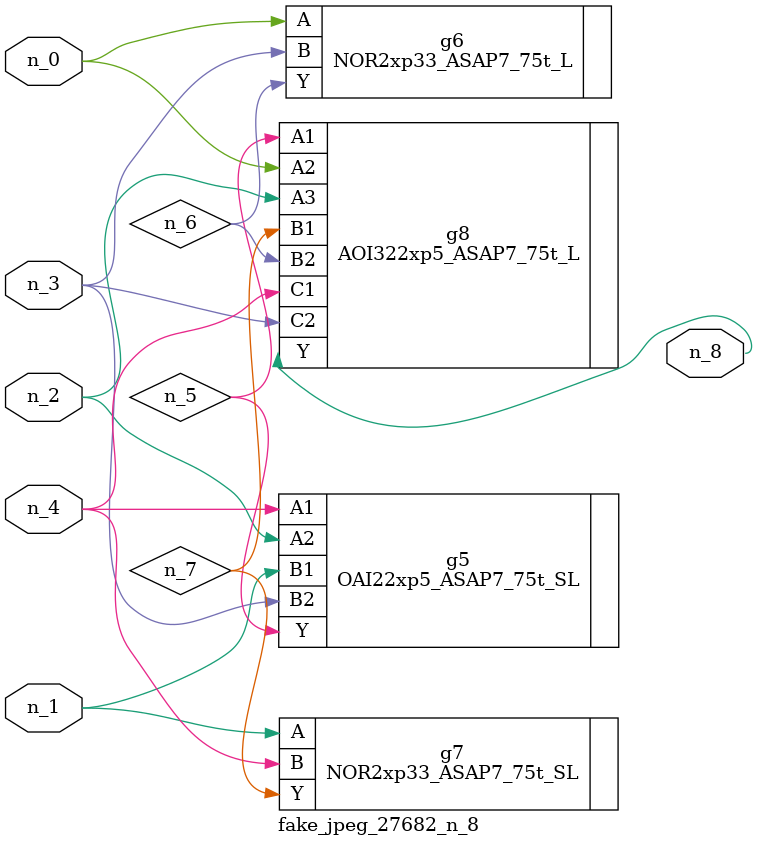
<source format=v>
module fake_jpeg_27682_n_8 (n_3, n_2, n_1, n_0, n_4, n_8);

input n_3;
input n_2;
input n_1;
input n_0;
input n_4;

output n_8;

wire n_6;
wire n_5;
wire n_7;

OAI22xp5_ASAP7_75t_SL g5 ( 
.A1(n_4),
.A2(n_2),
.B1(n_1),
.B2(n_3),
.Y(n_5)
);

NOR2xp33_ASAP7_75t_L g6 ( 
.A(n_0),
.B(n_3),
.Y(n_6)
);

NOR2xp33_ASAP7_75t_SL g7 ( 
.A(n_1),
.B(n_4),
.Y(n_7)
);

AOI322xp5_ASAP7_75t_L g8 ( 
.A1(n_5),
.A2(n_0),
.A3(n_2),
.B1(n_7),
.B2(n_6),
.C1(n_4),
.C2(n_3),
.Y(n_8)
);


endmodule
</source>
